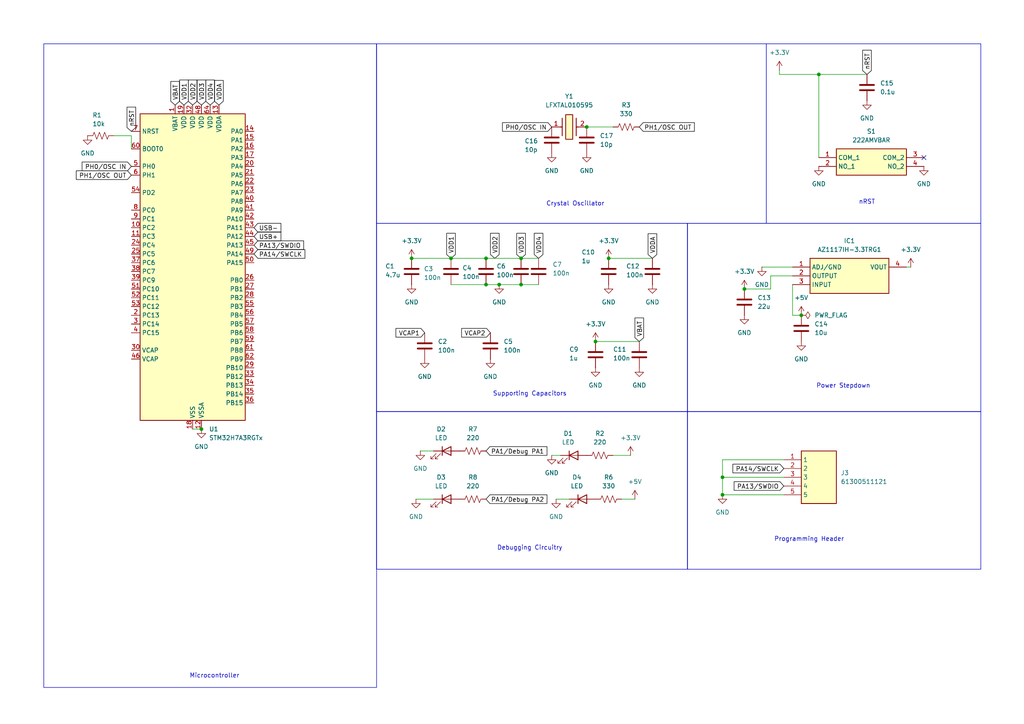
<source format=kicad_sch>
(kicad_sch (version 20231120) (generator "eeschema") (generator_version "8.0")
  (paper "A4")
  (lib_symbols
    (symbol "CustomSymbols:+3.3V" (power) (pin_numbers hide) (pin_names (offset 0) hide)
      (property "Value" "+3.3V" (at 0 3.556 0))
      (symbol "+3.3V_0_1"
        (polyline (pts (xy -0.762 1.27) (xy 0 2.54)))
        (polyline (pts (xy 0 0) (xy 0 2.54)))
        (polyline (pts (xy 0 2.54) (xy 0.762 1.27)))
      )
      (symbol "+3.3V_1_1"
        (pin power_in line (at 0 0 90) (length 0) (name "~") (number "1"))
      )
    )
    (symbol "CustomSymbols:+5V" (power) (pin_numbers hide) (pin_names (offset 0) hide)
      (property "Value" "+5V" (at 0 3.556 0))
      (symbol "+5V_0_1"
        (polyline (pts (xy -0.762 1.27) (xy 0 2.54)))
        (polyline (pts (xy 0 0) (xy 0 2.54)))
        (polyline (pts (xy 0 2.54) (xy 0.762 1.27)))
      )
      (symbol "+5V_1_1"
        (pin power_in line (at 0 0 90) (length 0) (name "~") (number "1"))
      )
    )
    (symbol "CustomSymbols:222AMVBAR"
      (property "Reference" "S" (at 26.67 7.62 0))
      (property "Value" "222AMVBAR" (at 26.67 5.08 0))
      (symbol "222AMVBAR_1_1"
        (rectangle (start 5.08 2.54) (end 25.4 -5.08) (stroke (width 0.254)) (fill (type background)))
        (pin passive line (at 0 0 0) (length 5.08) (name "COM_1") (number "1"))
        (pin passive line (at 0 -2.54 0) (length 5.08) (name "NO_1") (number "2"))
        (pin passive line (at 30.48 0 180) (length 5.08) (name "COM_2") (number "3"))
        (pin passive line (at 30.48 -2.54 180) (length 5.08) (name "NO_2") (number "4"))
      )
    )
    (symbol "CustomSymbols:61300511121"
      (property "Reference" "J" (at 16.51 7.62 0))
      (property "Value" "61300511121" (at 16.51 5.08 0))
      (symbol "61300511121_1_1"
        (rectangle (start 5.08 2.54) (end 15.24 -12.7) (stroke (width 0.254)) (fill (type background)))
        (pin passive line (at 0 0 0) (length 5.08) (name "1") (number "1"))
        (pin passive line (at 0 -2.54 0) (length 5.08) (name "2") (number "2"))
        (pin passive line (at 0 -5.08 0) (length 5.08) (name "3") (number "3"))
        (pin passive line (at 0 -7.62 0) (length 5.08) (name "4") (number "4"))
        (pin passive line (at 0 -10.16 0) (length 5.08) (name "5") (number "5"))
      )
    )
    (symbol "CustomSymbols:AZ1117IH-3.3TRG1"
      (property "Reference" "IC" (at 29.21 7.62 0))
      (property "Value" "AZ1117IH-3.3TRG1" (at 29.21 5.08 0))
      (symbol "AZ1117IH-3.3TRG1_1_1"
        (rectangle (start 5.08 2.54) (end 27.94 -7.62) (stroke (width 0.254)) (fill (type background)))
        (pin passive line (at 0 0 0) (length 5.08) (name "ADJ/GND") (number "1"))
        (pin passive line (at 0 -2.54 0) (length 5.08) (name "OUTPUT") (number "2"))
        (pin passive line (at 0 -5.08 0) (length 5.08) (name "INPUT") (number "3"))
        (pin passive line (at 33.02 0 180) (length 5.08) (name "VOUT") (number "4"))
      )
    )
    (symbol "CustomSymbols:C" (pin_numbers hide) (pin_names (offset 0.254))
      (property "Reference" "C" (at 0.635 2.54 0))
      (property "Value" "C" (at 0.635 -2.54 0))
      (symbol "C_0_1"
        (polyline (pts (xy -2.032 -0.762) (xy 2.032 -0.762)) (stroke (width 0.508)))
        (polyline (pts (xy -2.032 0.762) (xy 2.032 0.762)) (stroke (width 0.508)))
      )
      (symbol "C_1_1"
        (pin passive line (at 0 3.81 270) (length 2.794) (name "~") (number "1"))
        (pin passive line (at 0 -3.81 90) (length 2.794) (name "~") (number "2"))
      )
    )
    (symbol "CustomSymbols:GND" (power) (pin_numbers hide) (pin_names (offset 0) hide)
      (property "Value" "GND" (at 0 -3.81 0))
      (symbol "GND_0_1"
        (polyline (pts (xy 0 0) (xy 0 -1.27) (xy 1.27 -1.27) (xy 0 -2.54) (xy -1.27 -1.27) (xy 0 -1.27)))
      )
      (symbol "GND_1_1"
        (pin power_in line (at 0 0 270) (length 0) (name "~") (number "1"))
      )
    )
    (symbol "CustomSymbols:LFXTAL010595" (pin_names hide)
      (property "Reference" "Y" (at 8.89 6.35 0))
      (property "Value" "LFXTAL010595" (at 8.89 3.81 0))
      (symbol "LFXTAL010595_1_1"
        (polyline (pts (xy 3.048 0) (xy 2.54 0)) (stroke (width 0.254)))
        (polyline (pts (xy 3.048 2.54) (xy 3.048 -2.54)) (stroke (width 0.254)))
        (polyline (pts (xy 7.112 0) (xy 7.62 0)) (stroke (width 0.254)))
        (polyline (pts (xy 7.112 2.54) (xy 7.112 -2.54)) (stroke (width 0.254)))
        (rectangle (start 4.064 3.556) (end 6.096 -3.556) (stroke (width 0.254)) (fill (type background)))
        (pin passive line (at 0 0 0) (length 2.54) (name "1") (number "1"))
        (pin passive line (at 10.16 0 180) (length 2.54) (name "2") (number "2"))
      )
    )
    (symbol "CustomSymbols:R_US" (pin_numbers hide) (pin_names (offset 0))
      (property "Reference" "R" (at 2.54 0 90))
      (property "Value" "R_US" (at -2.54 0 90))
      (symbol "R_US_0_1"
        (polyline (pts (xy 0 -2.286) (xy 0 -2.54)))
        (polyline (pts (xy 0 2.286) (xy 0 2.54)))
        (polyline (pts (xy 0 -0.762) (xy 1.016 -1.143) (xy 0 -1.524) (xy -1.016 -1.905) (xy 0 -2.286)))
        (polyline (pts (xy 0 0.762) (xy 1.016 0.381) (xy 0 0) (xy -1.016 -0.381) (xy 0 -0.762)))
        (polyline (pts (xy 0 2.286) (xy 1.016 1.905) (xy 0 1.524) (xy -1.016 1.143) (xy 0 0.762)))
      )
      (symbol "R_US_1_1"
        (pin passive line (at 0 3.81 270) (length 1.27) (name "~") (number "1"))
        (pin passive line (at 0 -3.81 90) (length 1.27) (name "~") (number "2"))
      )
    )
    (symbol "Device:LED" (pin_numbers hide) (pin_names (offset 1.016) hide)
      (property "Reference" "D" (at 0 2.54 0))
      (property "Value" "LED" (at 0 -2.54 0))
      (symbol "LED_0_1"
        (polyline (pts (xy -1.27 -1.27) (xy -1.27 1.27)) (stroke (width 0.254)))
        (polyline (pts (xy -1.27 0) (xy 1.27 0)))
        (polyline (pts (xy 1.27 -1.27) (xy 1.27 1.27) (xy -1.27 0) (xy 1.27 -1.27)) (stroke (width 0.254)))
        (polyline (pts (xy -3.048 -0.762) (xy -4.572 -2.286) (xy -3.81 -2.286) (xy -4.572 -2.286) (xy -4.572 -1.524)))
        (polyline (pts (xy -1.778 -0.762) (xy -3.302 -2.286) (xy -2.54 -2.286) (xy -3.302 -2.286) (xy -3.302 -1.524)))
      )
      (symbol "LED_1_1"
        (pin passive line (at -3.81 0 0) (length 2.54) (name "K") (number "1"))
        (pin passive line (at 3.81 0 180) (length 2.54) (name "A") (number "2"))
      )
    )
    (symbol "Device:R_US" (pin_numbers hide) (pin_names (offset 0))
      (property "Reference" "R" (at 2.54 0 90))
      (property "Value" "R_US" (at -2.54 0 90))
      (symbol "R_US_0_1"
        (polyline (pts (xy 0 -2.286) (xy 0 -2.54)))
        (polyline (pts (xy 0 2.286) (xy 0 2.54)))
        (polyline (pts (xy 0 -0.762) (xy 1.016 -1.143) (xy 0 -1.524) (xy -1.016 -1.905) (xy 0 -2.286)))
        (polyline (pts (xy 0 0.762) (xy 1.016 0.381) (xy 0 0) (xy -1.016 -0.381) (xy 0 -0.762)))
        (polyline (pts (xy 0 2.286) (xy 1.016 1.905) (xy 0 1.524) (xy -1.016 1.143) (xy 0 0.762)))
      )
      (symbol "R_US_1_1"
        (pin passive line (at 0 3.81 270) (length 1.27) (name "~") (number "1"))
        (pin passive line (at 0 -3.81 90) (length 1.27) (name "~") (number "2"))
      )
    )
    (symbol "MCU_ST_STM32H7:STM32H7A3RGTx"
      (property "Reference" "U" (at -15.24 46.99 0))
      (property "Value" "STM32H7A3RGTx" (at 10.16 46.99 0))
      (symbol "STM32H7A3RGTx_0_1"
        (rectangle (start -15.24 -43.18) (end 15.24 45.72) (stroke (width 0.254)) (fill (type background)))
      )
      (symbol "STM32H7A3RGTx_1_1"
        (pin power_in line (at -5.08 48.26 270) (length 2.54) (name "VBAT") (number "1"))
        (pin bidirectional line (at -17.78 12.7 0) (length 2.54) (name "PC2") (number "10"))
        (pin bidirectional line (at -17.78 10.16 0) (length 2.54) (name "PC3") (number "11"))
        (pin power_in line (at 2.54 -45.72 90) (length 2.54) (name "VSSA") (number "12"))
        (pin power_in line (at 7.62 48.26 270) (length 2.54) (name "VDDA") (number "13"))
        (pin bidirectional line (at 17.78 40.64 180) (length 2.54) (name "PA0") (number "14"))
        (pin bidirectional line (at 17.78 38.1 180) (length 2.54) (name "PA1") (number "15"))
        (pin bidirectional line (at 17.78 35.56 180) (length 2.54) (name "PA2") (number "16"))
        (pin bidirectional line (at 17.78 33.02 180) (length 2.54) (name "PA3") (number "17"))
        (pin power_in line (at 0 -45.72 90) (length 2.54) (name "VSS") (number "18"))
        (pin power_in line (at -2.54 48.26 270) (length 2.54) (name "VDD") (number "19"))
        (pin bidirectional line (at -17.78 -12.7 0) (length 2.54) (name "PC13") (number "2"))
        (pin bidirectional line (at 17.78 30.48 180) (length 2.54) (name "PA4") (number "20"))
        (pin bidirectional line (at 17.78 27.94 180) (length 2.54) (name "PA5") (number "21"))
        (pin bidirectional line (at 17.78 25.4 180) (length 2.54) (name "PA6") (number "22"))
        (pin bidirectional line (at 17.78 22.86 180) (length 2.54) (name "PA7") (number "23"))
        (pin bidirectional line (at -17.78 7.62 0) (length 2.54) (name "PC4") (number "24"))
        (pin bidirectional line (at -17.78 5.08 0) (length 2.54) (name "PC5") (number "25"))
        (pin bidirectional line (at 17.78 -2.54 180) (length 2.54) (name "PB0") (number "26"))
        (pin bidirectional line (at 17.78 -5.08 180) (length 2.54) (name "PB1") (number "27"))
        (pin bidirectional line (at 17.78 -7.62 180) (length 2.54) (name "PB2") (number "28"))
        (pin bidirectional line (at 17.78 -27.94 180) (length 2.54) (name "PB10") (number "29"))
        (pin bidirectional line (at -17.78 -15.24 0) (length 2.54) (name "PC14") (number "3"))
        (pin power_out line (at -17.78 -22.86 0) (length 2.54) (name "VCAP") (number "30"))
        (pin passive line (at 0 -45.72 90) (length 2.54) hide (name "VSS") (number "31"))
        (pin power_in line (at 0 48.26 270) (length 2.54) (name "VDD") (number "32"))
        (pin bidirectional line (at 17.78 -30.48 180) (length 2.54) (name "PB12") (number "33"))
        (pin bidirectional line (at 17.78 -33.02 180) (length 2.54) (name "PB13") (number "34"))
        (pin bidirectional line (at 17.78 -35.56 180) (length 2.54) (name "PB14") (number "35"))
        (pin bidirectional line (at 17.78 -38.1 180) (length 2.54) (name "PB15") (number "36"))
        (pin bidirectional line (at -17.78 2.54 0) (length 2.54) (name "PC6") (number "37"))
        (pin bidirectional line (at -17.78 0 0) (length 2.54) (name "PC7") (number "38"))
        (pin bidirectional line (at -17.78 -2.54 0) (length 2.54) (name "PC9") (number "39"))
        (pin bidirectional line (at -17.78 -17.78 0) (length 2.54) (name "PC15") (number "4"))
        (pin bidirectional line (at 17.78 20.32 180) (length 2.54) (name "PA8") (number "40"))
        (pin bidirectional line (at 17.78 17.78 180) (length 2.54) (name "PA9") (number "41"))
        (pin bidirectional line (at 17.78 15.24 180) (length 2.54) (name "PA10") (number "42"))
        (pin bidirectional line (at 17.78 12.7 180) (length 2.54) (name "PA11") (number "43"))
        (pin bidirectional line (at 17.78 10.16 180) (length 2.54) (name "PA12") (number "44"))
        (pin bidirectional line (at 17.78 7.62 180) (length 2.54) (name "PA13") (number "45"))
        (pin power_out line (at -17.78 -25.4 0) (length 2.54) (name "VCAP") (number "46"))
        (pin passive line (at 0 -45.72 90) (length 2.54) hide (name "VSS") (number "47"))
        (pin power_in line (at 2.54 48.26 270) (length 2.54) (name "VDD") (number "48"))
        (pin bidirectional line (at 17.78 5.08 180) (length 2.54) (name "PA14") (number "49"))
        (pin bidirectional line (at -17.78 30.48 0) (length 2.54) (name "PH0") (number "5"))
        (pin bidirectional line (at 17.78 2.54 180) (length 2.54) (name "PA15") (number "50"))
        (pin bidirectional line (at -17.78 -5.08 0) (length 2.54) (name "PC10") (number "51"))
        (pin bidirectional line (at -17.78 -7.62 0) (length 2.54) (name "PC11") (number "52"))
        (pin bidirectional line (at -17.78 -10.16 0) (length 2.54) (name "PC12") (number "53"))
        (pin bidirectional line (at -17.78 22.86 0) (length 2.54) (name "PD2") (number "54"))
        (pin bidirectional line (at 17.78 -10.16 180) (length 2.54) (name "PB3") (number "55"))
        (pin bidirectional line (at 17.78 -12.7 180) (length 2.54) (name "PB4") (number "56"))
        (pin bidirectional line (at 17.78 -15.24 180) (length 2.54) (name "PB5") (number "57"))
        (pin bidirectional line (at 17.78 -17.78 180) (length 2.54) (name "PB6") (number "58"))
        (pin bidirectional line (at 17.78 -20.32 180) (length 2.54) (name "PB7") (number "59"))
        (pin bidirectional line (at -17.78 27.94 0) (length 2.54) (name "PH1") (number "6"))
        (pin input line (at -17.78 35.56 0) (length 2.54) (name "BOOT0") (number "60"))
        (pin bidirectional line (at 17.78 -22.86 180) (length 2.54) (name "PB8") (number "61"))
        (pin bidirectional line (at 17.78 -25.4 180) (length 2.54) (name "PB9") (number "62"))
        (pin passive line (at 0 -45.72 90) (length 2.54) hide (name "VSS") (number "63"))
        (pin power_in line (at 5.08 48.26 270) (length 2.54) (name "VDD") (number "64"))
        (pin input line (at -17.78 40.64 0) (length 2.54) (name "NRST") (number "7"))
        (pin bidirectional line (at -17.78 17.78 0) (length 2.54) (name "PC0") (number "8"))
        (pin bidirectional line (at -17.78 15.24 0) (length 2.54) (name "PC1") (number "9"))
      )
    )
    (symbol "power:GND" (power) (pin_numbers hide) (pin_names (offset 0) hide)
      (property "Value" "GND" (at 0 -3.81 0))
      (symbol "GND_0_1"
        (polyline (pts (xy 0 0) (xy 0 -1.27) (xy 1.27 -1.27) (xy 0 -2.54) (xy -1.27 -1.27) (xy 0 -1.27)))
      )
      (symbol "GND_1_1"
        (pin power_in line (at 0 0 270) (length 0) (name "~") (number "1"))
      )
    )
    (symbol "power:PWR_FLAG" (power) (pin_numbers hide) (pin_names (offset 0) hide)
      (property "Value" "PWR_FLAG" (at 0 3.81 0))
      (symbol "PWR_FLAG_0_0"
        (pin power_out line (at 0 0 90) (length 0) (name "~") (number "1"))
      )
      (symbol "PWR_FLAG_0_1"
        (polyline (pts (xy 0 0) (xy 0 1.27) (xy -1.016 1.905) (xy 0 2.54) (xy 1.016 1.905) (xy 0 1.27)))
      )
    )
  )
  (junction (at 209.55 138.43))
  (junction (at 232.41 91.44))
  (junction (at 209.55 143.51))
  (junction (at 140.97 74.93))
  (junction (at 140.97 82.55))
  (junction (at 151.13 82.55))
  (junction (at 215.9 83.82))
  (junction (at 144.78 82.55))
  (junction (at 119.38 74.93))
  (junction (at 58.42 124.46))
  (junction (at 151.13 74.93))
  (junction (at 130.81 74.93))
  (junction (at 172.72 99.06))
  (junction (at 170.18 36.83))
  (junction (at 176.53 74.93))
  (junction (at 237.49 21.59))
  (no_connect (at 267.97 45.72))
  (wire (pts (xy 223.52 80.01) (xy 223.52 83.82)))
  (wire (pts (xy 223.52 83.82) (xy 215.9 83.82)))
  (wire (pts (xy 55.88 124.46) (xy 58.42 124.46)))
  (wire (pts (xy 209.55 143.51) (xy 209.55 138.43)))
  (wire (pts (xy 227.33 138.43) (xy 209.55 138.43)))
  (wire (pts (xy 229.87 80.01) (xy 223.52 80.01)))
  (wire (pts (xy 229.87 82.55) (xy 229.87 91.44)))
  (wire (pts (xy 130.81 82.55) (xy 140.97 82.55)))
  (wire (pts (xy 209.55 133.35) (xy 227.33 133.35)))
  (wire (pts (xy 38.1 39.37) (xy 38.1 43.18)))
  (wire (pts (xy 161.29 144.78) (xy 165.1 144.78)))
  (wire (pts (xy 237.49 45.72) (xy 237.49 21.59)))
  (wire (pts (xy 172.72 99.06) (xy 185.42 99.06)))
  (wire (pts (xy 209.55 138.43) (xy 209.55 133.35)))
  (wire (pts (xy 227.33 143.51) (xy 209.55 143.51)))
  (wire (pts (xy 130.81 74.93) (xy 140.97 74.93)))
  (wire (pts (xy 121.92 130.81) (xy 125.73 130.81)))
  (wire (pts (xy 160.02 132.08) (xy 162.56 132.08)))
  (wire (pts (xy 176.53 74.93) (xy 189.23 74.93)))
  (wire (pts (xy 180.34 144.78) (xy 184.15 144.78)))
  (wire (pts (xy 229.87 91.44) (xy 232.41 91.44)))
  (wire (pts (xy 220.98 77.47) (xy 229.87 77.47)))
  (wire (pts (xy 120.65 144.78) (xy 125.73 144.78)))
  (wire (pts (xy 177.8 132.08) (xy 182.88 132.08)))
  (wire (pts (xy 151.13 74.93) (xy 156.21 74.93)))
  (wire (pts (xy 226.06 20.32) (xy 226.06 21.59)))
  (wire (pts (xy 130.81 74.93) (xy 119.38 74.93)))
  (wire (pts (xy 237.49 21.59) (xy 251.46 21.59)))
  (wire (pts (xy 262.89 77.47) (xy 264.16 77.47)))
  (wire (pts (xy 33.02 39.37) (xy 38.1 39.37)))
  (wire (pts (xy 226.06 21.59) (xy 237.49 21.59)))
  (wire (pts (xy 140.97 74.93) (xy 151.13 74.93)))
  (wire (pts (xy 151.13 82.55) (xy 156.21 82.55)))
  (wire (pts (xy 144.78 82.55) (xy 151.13 82.55)))
  (wire (pts (xy 170.18 36.83) (xy 177.8 36.83)))
  (wire (pts (xy 140.97 82.55) (xy 144.78 82.55)))
  (rectangle (start 109.22 64.77) (end 199.39 119.38))
  (rectangle (start 222.25 12.7) (end 284.48 64.77))
  (rectangle (start 199.39 119.38) (end 284.48 165.1))
  (rectangle (start 109.22 119.38) (end 199.39 165.1))
  (rectangle (start 12.7 12.7) (end 109.22 199.39))
  (rectangle (start 109.22 12.7) (end 222.25 64.77))
  (rectangle (start 199.39 64.77) (end 284.48 119.38))
  (text "Power Stepdown\n" (at 244.602 112.014 0) (effects (font (size 1.27 1.27))))
  (text "Debugging Circuitry\n" (at 153.67 159.004 0) (effects (font (size 1.27 1.27))))
  (text "nRST\n" (at 251.46 58.674 0) (effects (font (size 1.27 1.27))))
  (text "Programming Header\n" (at 234.696 156.464 0) (effects (font (size 1.27 1.27))))
  (text "Crystal Oscillator\n" (at 166.878 59.182 0) (effects (font (size 1.27 1.27))))
  (text "Microcontroller\n" (at 62.23 196.088 0) (effects (font (size 1.27 1.27))))
  (text "Supporting Capacitors" (at 153.67 114.3 0) (effects (font (size 1.27 1.27))))
  (global_label "VDDA" (shape input) (at 189.23 74.93 90) (property "Intersheetrefs" "${INTERSHEET_REFS}" (effects (hide yes))))
  (global_label "USB+" (shape input) (at 73.66 68.58 0) (property "Intersheetrefs" "${INTERSHEET_REFS}" (effects (hide yes))))
  (global_label "VBAT" (shape input) (at 50.8 30.48 90) (property "Intersheetrefs" "${INTERSHEET_REFS}" (effects (hide yes))))
  (global_label "PH1{slash}OSC OUT" (shape input) (at 38.1 50.8 180) (property "Intersheetrefs" "${INTERSHEET_REFS}" (effects (hide yes))))
  (global_label "VDD3" (shape input) (at 58.42 30.48 90) (property "Intersheetrefs" "${INTERSHEET_REFS}" (effects (hide yes))))
  (global_label "VDD1" (shape input) (at 130.81 74.93 90) (property "Intersheetrefs" "${INTERSHEET_REFS}" (effects (hide yes))))
  (global_label "PA14{slash}SWCLK" (shape input) (at 227.33 135.89 180) (property "Intersheetrefs" "${INTERSHEET_REFS}" (effects (hide yes))))
  (global_label "PA1{slash}Debug PA1" (shape input) (at 140.97 130.81 0) (property "Intersheetrefs" "${INTERSHEET_REFS}" (effects (hide yes))))
  (global_label "VDD1" (shape input) (at 53.34 30.48 90) (property "Intersheetrefs" "${INTERSHEET_REFS}" (effects (hide yes))))
  (global_label "VDD2" (shape input) (at 55.88 30.48 90) (property "Intersheetrefs" "${INTERSHEET_REFS}" (effects (hide yes))))
  (global_label "PA1{slash}Debug PA2" (shape input) (at 140.97 144.78 0) (property "Intersheetrefs" "${INTERSHEET_REFS}" (effects (hide yes))))
  (global_label "VDD2" (shape input) (at 143.51 74.93 90) (property "Intersheetrefs" "${INTERSHEET_REFS}" (effects (hide yes))))
  (global_label "nRST" (shape input) (at 38.1 38.1 90) (property "Intersheetrefs" "${INTERSHEET_REFS}" (effects (hide yes))))
  (global_label "VDD4" (shape input) (at 60.96 30.48 90) (property "Intersheetrefs" "${INTERSHEET_REFS}" (effects (hide yes))))
  (global_label "PA14{slash}SWCLK" (shape input) (at 73.66 73.66 0) (property "Intersheetrefs" "${INTERSHEET_REFS}" (effects (hide yes))))
  (global_label "VDDA" (shape input) (at 63.5 30.48 90) (property "Intersheetrefs" "${INTERSHEET_REFS}" (effects (hide yes))))
  (global_label "PA13{slash}SWDIO" (shape input) (at 227.33 140.97 180) (property "Intersheetrefs" "${INTERSHEET_REFS}" (effects (hide yes))))
  (global_label "PA13{slash}SWDIO" (shape input) (at 73.66 71.12 0) (property "Intersheetrefs" "${INTERSHEET_REFS}" (effects (hide yes))))
  (global_label "nRST" (shape input) (at 251.46 21.59 90) (property "Intersheetrefs" "${INTERSHEET_REFS}" (effects (hide yes))))
  (global_label "VDD3" (shape input) (at 151.13 74.93 90) (property "Intersheetrefs" "${INTERSHEET_REFS}" (effects (hide yes))))
  (global_label "USB-" (shape input) (at 73.66 66.04 0) (property "Intersheetrefs" "${INTERSHEET_REFS}" (effects (hide yes))))
  (global_label "VCAP1" (shape input) (at 123.19 96.52 180) (property "Intersheetrefs" "${INTERSHEET_REFS}" (effects (hide yes))))
  (global_label "PH1{slash}OSC OUT" (shape input) (at 185.42 36.83 0) (property "Intersheetrefs" "${INTERSHEET_REFS}" (effects (hide yes))))
  (global_label "VDD4" (shape input) (at 156.21 74.93 90) (property "Intersheetrefs" "${INTERSHEET_REFS}" (effects (hide yes))))
  (global_label "PH0{slash}OSC IN" (shape input) (at 160.02 36.83 180) (property "Intersheetrefs" "${INTERSHEET_REFS}" (effects (hide yes))))
  (global_label "VCAP2" (shape input) (at 142.24 96.52 180) (property "Intersheetrefs" "${INTERSHEET_REFS}" (effects (hide yes))))
  (global_label "VBAT" (shape input) (at 185.42 99.06 90) (property "Intersheetrefs" "${INTERSHEET_REFS}" (effects (hide yes))))
  (global_label "PH0{slash}OSC IN" (shape input) (at 38.1 48.26 180) (property "Intersheetrefs" "${INTERSHEET_REFS}" (effects (hide yes))))
  (symbol (lib_id "CustomSymbols:C") (at 170.18 40.64 0) (unit 1)
    (property "Reference" "C17" (at 173.99 39.3699 0) (effects (justify left)))
    (property "Value" "10p" (at 173.99 41.9099 0) (effects (justify left)))
    (property "Footprint" "Capacitor_SMD:C_0805_2012Metric_Pad1.18x1.45mm_HandSolder" (effects (hide yes)))
    (property "Description" "Unpolarized capacitor" (effects (hide yes)))
  )
  (symbol (lib_id "CustomSymbols:+5V") (at 232.41 91.44 0) (unit 1)
    (property "Reference" "#PWR021" (effects (hide yes)))
    (property "Value" "+5V" (at 232.41 86.36 0))
    (property "Description" "Power symbol creates a global label with name \"+5V\"" (effects (hide yes)))
  )
  (symbol (lib_id "Device:LED") (at 129.54 130.81 0) (unit 1)
    (property "Reference" "D2" (at 127.9525 124.46 0))
    (property "Value" "LED" (at 127.9525 127 0))
    (property "Footprint" "LED_SMD:LED_0805_2012Metric_Pad1.15x1.40mm_HandSolder" (effects (hide yes)))
    (property "Description" "Light emitting diode" (effects (hide yes)))
  )
  (symbol (lib_id "CustomSymbols:C") (at 172.72 102.87 0) (unit 1)
    (property "Reference" "C9" (at 165.1 101.346 0) (effects (justify left)))
    (property "Value" "1u" (at 165.1 103.886 0) (effects (justify left)))
    (property "Footprint" "Capacitor_SMD:C_0805_2012Metric_Pad1.18x1.45mm_HandSolder" (effects (hide yes)))
    (property "Description" "Unpolarized capacitor" (effects (hide yes)))
  )
  (symbol (lib_id "CustomSymbols:C") (at 215.9 87.63 0) (unit 1)
    (property "Reference" "C13" (at 219.71 86.3599 0) (effects (justify left)))
    (property "Value" "22u" (at 219.71 88.8999 0) (effects (justify left)))
    (property "Footprint" "Capacitor_SMD:C_0805_2012Metric_Pad1.18x1.45mm_HandSolder" (effects (hide yes)))
    (property "Description" "Unpolarized capacitor" (effects (hide yes)))
  )
  (symbol (lib_id "CustomSymbols:GND") (at 142.24 104.14 0) (unit 1)
    (property "Reference" "#PWR08" (effects (hide yes)))
    (property "Value" "GND" (at 142.24 109.22 0))
    (property "Description" "Power symbol creates a global label with name \"GND\" , ground" (effects (hide yes)))
  )
  (symbol (lib_id "CustomSymbols:C") (at 176.53 78.74 0) (unit 1)
    (property "Reference" "C10" (at 168.656 73.152 0) (effects (justify left)))
    (property "Value" "1u" (at 168.656 75.692 0) (effects (justify left)))
    (property "Footprint" "Capacitor_SMD:C_0805_2012Metric_Pad1.18x1.45mm_HandSolder" (effects (hide yes)))
    (property "Description" "Unpolarized capacitor" (effects (hide yes)))
  )
  (symbol (lib_id "CustomSymbols:+5V") (at 184.15 144.78 0) (unit 1)
    (property "Reference" "#PWR047" (effects (hide yes)))
    (property "Value" "+5V" (at 184.15 139.7 0))
    (property "Description" "Power symbol creates a global label with name \"+5V\"" (effects (hide yes)))
  )
  (symbol (lib_id "Device:LED") (at 166.37 132.08 0) (unit 1)
    (property "Reference" "D1" (at 164.7825 125.73 0))
    (property "Value" "LED" (at 164.7825 128.27 0))
    (property "Footprint" "LED_SMD:LED_0805_2012Metric_Pad1.15x1.40mm_HandSolder" (effects (hide yes)))
    (property "Description" "Light emitting diode" (effects (hide yes)))
  )
  (symbol (lib_id "CustomSymbols:LFXTAL010595") (at 160.02 36.83 0) (unit 1)
    (property "Reference" "Y1" (at 165.1 27.94 0))
    (property "Value" "LFXTAL010595" (at 165.1 30.48 0))
    (property "Footprint" "LFXTAL010595" (effects (hide yes)))
    (property "Datasheet" "https://www.iqdfrequencyproducts.com/products/datasheets/LFXTAL010595.pdf" (effects (hide yes)))
    (property "Description" "Crystals 25 MHz +/-30ppm Crystal 16pF 40 Ohms HC-49/US 11.40mm x 3.80mm x 4.9mm" (effects (hide yes)))
    (property "Height" "4.3" (effects (hide yes)))
    (property "Manufacturer_Name" "IQD" (effects (hide yes)))
    (property "Manufacturer_Part_Number" "LFXTAL010595" (effects (hide yes)))
  )
  (symbol (lib_id "CustomSymbols:C") (at 189.23 78.74 0) (unit 1)
    (property "Reference" "C12" (at 181.61 77.216 0) (effects (justify left)))
    (property "Value" "100n" (at 181.61 79.756 0) (effects (justify left)))
    (property "Footprint" "Capacitor_SMD:C_0805_2012Metric_Pad1.18x1.45mm_HandSolder" (effects (hide yes)))
    (property "Description" "Unpolarized capacitor" (effects (hide yes)))
  )
  (symbol (lib_id "power:PWR_FLAG") (at 232.41 91.44 270) (unit 1)
    (property "Reference" "#FLG01" (effects (hide yes)))
    (property "Value" "PWR_FLAG" (at 236.22 91.4399 90) (effects (justify left)))
    (property "Description" "Special symbol for telling ERC where power comes from" (effects (hide yes)))
  )
  (symbol (lib_id "CustomSymbols:GND") (at 160.02 44.45 0) (unit 1)
    (property "Reference" "#PWR027" (effects (hide yes)))
    (property "Value" "GND" (at 160.02 49.53 0))
    (property "Description" "Power symbol creates a global label with name \"GND\" , ground" (effects (hide yes)))
  )
  (symbol (lib_id "CustomSymbols:GND") (at 237.49 48.26 0) (unit 1)
    (property "Reference" "#PWR023" (effects (hide yes)))
    (property "Value" "GND" (at 237.49 53.34 0))
    (property "Description" "Power symbol creates a global label with name \"GND\" , ground" (effects (hide yes)))
  )
  (symbol (lib_id "CustomSymbols:+3.3V") (at 119.38 74.93 0) (unit 1)
    (property "Reference" "#PWR03" (effects (hide yes)))
    (property "Value" "+3.3V" (at 119.38 69.85 0))
    (property "Description" "Power symbol creates a global label with name \"+3.3V\"" (effects (hide yes)))
  )
  (symbol (lib_id "CustomSymbols:C") (at 140.97 78.74 0) (unit 1)
    (property "Reference" "C4" (at 134.112 77.724 0) (effects (justify left)))
    (property "Value" "100n" (at 134.112 80.264 0) (effects (justify left)))
    (property "Footprint" "Capacitor_SMD:C_0805_2012Metric_Pad1.18x1.45mm_HandSolder" (effects (hide yes)))
    (property "Description" "Unpolarized capacitor" (effects (hide yes)))
  )
  (symbol (lib_id "CustomSymbols:GND") (at 232.41 99.06 0) (unit 1)
    (property "Reference" "#PWR022" (effects (hide yes)))
    (property "Value" "GND" (at 232.41 104.14 0))
    (property "Description" "Power symbol creates a global label with name \"GND\" , ground" (effects (hide yes)))
  )
  (symbol (lib_id "Device:LED") (at 168.91 144.78 0) (unit 1)
    (property "Reference" "D4" (at 167.3225 138.43 0))
    (property "Value" "LED" (at 167.3225 140.97 0))
    (property "Footprint" "LED_SMD:LED_0805_2012Metric_Pad1.15x1.40mm_HandSolder" (effects (hide yes)))
    (property "Description" "Light emitting diode" (effects (hide yes)))
  )
  (symbol (lib_id "Device:R_US") (at 137.16 144.78 270) (unit 1)
    (property "Reference" "R8" (at 137.16 138.43 90))
    (property "Value" "220" (at 137.16 140.97 90))
    (property "Footprint" "Resistor_SMD:R_0805_2012Metric_Pad1.20x1.40mm_HandSolder" (effects (hide yes)))
    (property "Description" "Resistor, US symbol" (effects (hide yes)))
  )
  (symbol (lib_id "CustomSymbols:+3.3V") (at 264.16 77.47 0) (unit 1)
    (property "Reference" "#PWR025" (effects (hide yes)))
    (property "Value" "+3.3V" (at 264.16 72.39 0))
    (property "Description" "Power symbol creates a global label with name \"+3.3V\"" (effects (hide yes)))
  )
  (symbol (lib_id "CustomSymbols:GND") (at 170.18 44.45 0) (unit 1)
    (property "Reference" "#PWR028" (effects (hide yes)))
    (property "Value" "GND" (at 170.18 49.53 0))
    (property "Description" "Power symbol creates a global label with name \"GND\" , ground" (effects (hide yes)))
  )
  (symbol (lib_id "Device:LED") (at 129.54 144.78 0) (unit 1)
    (property "Reference" "D3" (at 127.9525 138.43 0))
    (property "Value" "LED" (at 127.9525 140.97 0))
    (property "Footprint" "LED_SMD:LED_0805_2012Metric_Pad1.15x1.40mm_HandSolder" (effects (hide yes)))
    (property "Description" "Light emitting diode" (effects (hide yes)))
  )
  (symbol (lib_id "CustomSymbols:GND") (at 220.98 77.47 0) (unit 1)
    (property "Reference" "#PWR019" (effects (hide yes)))
    (property "Value" "GND" (at 220.98 82.55 0))
    (property "Description" "Power symbol creates a global label with name \"GND\" , ground" (effects (hide yes)))
  )
  (symbol (lib_id "CustomSymbols:GND") (at 267.97 48.26 0) (unit 1)
    (property "Reference" "#PWR026" (effects (hide yes)))
    (property "Value" "GND" (at 267.97 53.34 0))
    (property "Description" "Power symbol creates a global label with name \"GND\" , ground" (effects (hide yes)))
  )
  (symbol (lib_id "CustomSymbols:+3.3V") (at 215.9 83.82 0) (unit 1)
    (property "Reference" "#PWR017" (effects (hide yes)))
    (property "Value" "+3.3V" (at 215.9 78.74 0))
    (property "Description" "Power symbol creates a global label with name \"+3.3V\"" (effects (hide yes)))
  )
  (symbol (lib_id "CustomSymbols:GND") (at 123.19 104.14 0) (unit 1)
    (property "Reference" "#PWR07" (effects (hide yes)))
    (property "Value" "GND" (at 123.19 109.22 0))
    (property "Description" "Power symbol creates a global label with name \"GND\" , ground" (effects (hide yes)))
  )
  (symbol (lib_id "CustomSymbols:GND") (at 189.23 82.55 0) (unit 1)
    (property "Reference" "#PWR015" (effects (hide yes)))
    (property "Value" "GND" (at 189.23 87.63 0))
    (property "Description" "Power symbol creates a global label with name \"GND\" , ground" (effects (hide yes)))
  )
  (symbol (lib_id "CustomSymbols:C") (at 142.24 100.33 0) (unit 1)
    (property "Reference" "C5" (at 146.05 99.0599 0) (effects (justify left)))
    (property "Value" "100n" (at 146.05 101.5999 0) (effects (justify left)))
    (property "Footprint" "Capacitor_SMD:C_0805_2012Metric_Pad1.18x1.45mm_HandSolder" (effects (hide yes)))
    (property "Description" "Unpolarized capacitor" (effects (hide yes)))
  )
  (symbol (lib_id "power:GND") (at 121.92 130.81 0) (unit 1)
    (property "Reference" "#PWR049" (effects (hide yes)))
    (property "Value" "GND" (at 121.92 135.89 0))
    (property "Description" "Power symbol creates a global label with name \"GND\" , ground" (effects (hide yes)))
  )
  (symbol (lib_id "CustomSymbols:GND") (at 172.72 106.68 0) (unit 1)
    (property "Reference" "#PWR011" (effects (hide yes)))
    (property "Value" "GND" (at 172.72 111.76 0))
    (property "Description" "Power symbol creates a global label with name \"GND\" , ground" (effects (hide yes)))
  )
  (symbol (lib_id "Device:R_US") (at 173.99 132.08 270) (unit 1)
    (property "Reference" "R2" (at 173.99 125.73 90))
    (property "Value" "220" (at 173.99 128.27 90))
    (property "Footprint" "Resistor_SMD:R_0805_2012Metric_Pad1.20x1.40mm_HandSolder" (effects (hide yes)))
    (property "Description" "Resistor, US symbol" (effects (hide yes)))
  )
  (symbol (lib_id "CustomSymbols:222AMVBAR") (at 237.49 45.72 0) (unit 1)
    (property "Reference" "S1" (at 252.73 38.1 0))
    (property "Value" "222AMVBAR" (at 252.73 40.64 0))
    (property "Footprint" "CustomFootprints:222AMVBAR" (effects (hide yes)))
    (property "Datasheet" "https://www.ctscorp.com/wp-content/uploads/222A.pdf" (effects (hide yes)))
    (property "Description" "Tactile Switches Gull Wing AF 160gf Act. Dir. Vertical" (effects (hide yes)))
    (property "Height" "5.2" (effects (hide yes)))
    (property "Mouser Part Number" "774-222AMVBAR" (effects (hide yes)))
    (property "Mouser Price/Stock" "https://www.mouser.co.uk/ProductDetail/CTS-Electronic-Components/222AMVBAR?qs=%252BiOMRfgENTH99oc01%252BgePw%3D%3D" (effects (hide yes)))
    (property "Manufacturer_Name" "CTS" (effects (hide yes)))
    (property "Manufacturer_Part_Number" "222AMVBAR" (effects (hide yes)))
  )
  (symbol (lib_id "Device:R_US") (at 176.53 144.78 270) (unit 1)
    (property "Reference" "R6" (at 176.53 138.43 90))
    (property "Value" "330" (at 176.53 140.97 90))
    (property "Footprint" "Resistor_SMD:R_0805_2012Metric_Pad1.20x1.40mm_HandSolder" (effects (hide yes)))
    (property "Description" "Resistor, US symbol" (effects (hide yes)))
  )
  (symbol (lib_id "CustomSymbols:GND") (at 58.42 124.46 0) (unit 1)
    (property "Reference" "#PWR02" (effects (hide yes)))
    (property "Value" "GND" (at 58.42 129.54 0))
    (property "Description" "Power symbol creates a global label with name \"GND\" , ground" (effects (hide yes)))
  )
  (symbol (lib_id "CustomSymbols:C") (at 251.46 25.4 0) (unit 1)
    (property "Reference" "C15" (at 255.27 24.1299 0) (effects (justify left)))
    (property "Value" "0.1u" (at 255.27 26.6699 0) (effects (justify left)))
    (property "Footprint" "Capacitor_SMD:C_0805_2012Metric_Pad1.18x1.45mm_HandSolder" (effects (hide yes)))
    (property "Description" "Unpolarized capacitor" (effects (hide yes)))
  )
  (symbol (lib_id "CustomSymbols:GND") (at 176.53 82.55 0) (unit 1)
    (property "Reference" "#PWR013" (effects (hide yes)))
    (property "Value" "GND" (at 176.53 87.63 0))
    (property "Description" "Power symbol creates a global label with name \"GND\" , ground" (effects (hide yes)))
  )
  (symbol (lib_id "CustomSymbols:+3.3V") (at 172.72 99.06 0) (unit 1)
    (property "Reference" "#PWR010" (effects (hide yes)))
    (property "Value" "+3.3V" (at 172.72 93.98 0))
    (property "Description" "Power symbol creates a global label with name \"+3.3V\"" (effects (hide yes)))
  )
  (symbol (lib_id "CustomSymbols:GND") (at 25.4 39.37 0) (unit 1)
    (property "Reference" "#PWR01" (effects (hide yes)))
    (property "Value" "GND" (at 25.4 44.45 0))
    (property "Description" "Power symbol creates a global label with name \"GND\" , ground" (effects (hide yes)))
  )
  (symbol (lib_id "Device:R_US") (at 137.16 130.81 270) (unit 1)
    (property "Reference" "R7" (at 137.16 124.46 90))
    (property "Value" "220" (at 137.16 127 90))
    (property "Footprint" "Resistor_SMD:R_0805_2012Metric_Pad1.20x1.40mm_HandSolder" (effects (hide yes)))
    (property "Description" "Resistor, US symbol" (effects (hide yes)))
  )
  (symbol (lib_id "CustomSymbols:R_US") (at 29.21 39.37 270) (unit 1)
    (property "Reference" "R1" (at 26.797 33.401 90) (effects (justify left)))
    (property "Value" "10k" (at 26.797 35.941 90) (effects (justify left)))
    (property "Footprint" "Resistor_SMD:R_0805_2012Metric_Pad1.20x1.40mm_HandSolder" (effects (hide yes)))
    (property "Description" "Resistor, US symbol" (effects (hide yes)))
  )
  (symbol (lib_id "MCU_ST_STM32H7:STM32H7A3RGTx") (at 55.88 78.74 0) (unit 1)
    (property "Reference" "U1" (at 60.6141 124.46 0) (effects (justify left)))
    (property "Value" "STM32H7A3RGTx" (at 60.6141 127 0) (effects (justify left)))
    (property "Footprint" "Package_QFP:LQFP-64_10x10mm_P0.5mm" (effects (hide yes)))
    (property "Datasheet" "https://www.st.com/resource/en/datasheet/stm32h7a3rg.pdf" (effects (hide yes)))
    (property "Description" "STMicroelectronics Arm Cortex-M7 MCU, 1024KB flash, 1184KB RAM, 280 MHz, 1.62-3.6V, 49 GPIO, LQFP64" (effects (hide yes)))
  )
  (symbol (lib_id "CustomSymbols:61300511121") (at 227.33 133.35 0) (unit 1)
    (property "Reference" "J3" (at 243.84 137.1599 0) (effects (justify left)))
    (property "Value" "61300511121" (at 243.84 139.6999 0) (effects (justify left)))
    (property "Footprint" "HDRV5W64P0X254_1X5_1270X254X854P" (effects (hide yes)))
    (property "Datasheet" "http://katalog.we-online.de/em/datasheet/6130xx11121.pdf" (effects (hide yes)))
    (property "Description" "2.54MM PIN HEADER, 5 position" (effects (hide yes)))
    (property "Height" "8.54" (effects (hide yes)))
    (property "Mouser Part Number" "710-61300511121" (effects (hide yes)))
    (property "Mouser Price/Stock" "https://www.mouser.co.uk/ProductDetail/Wurth-Elektronik/61300511121?qs=PhR8RmCirEZCsCRHq%252BvfRQ%3D%3D" (effects (hide yes)))
    (property "Manufacturer_Name" "Wurth Elektronik" (effects (hide yes)))
    (property "Manufacturer_Part_Number" "61300511121" (effects (hide yes)))
  )
  (symbol (lib_id "CustomSymbols:C") (at 232.41 95.25 0) (unit 1)
    (property "Reference" "C14" (at 236.22 93.9799 0) (effects (justify left)))
    (property "Value" "10u" (at 236.22 96.5199 0) (effects (justify left)))
    (property "Footprint" "Capacitor_SMD:C_0805_2012Metric_Pad1.18x1.45mm_HandSolder" (effects (hide yes)))
    (property "Description" "Unpolarized capacitor" (effects (hide yes)))
  )
  (symbol (lib_id "power:GND") (at 209.55 143.51 0) (unit 1)
    (property "Reference" "#PWR016" (effects (hide yes)))
    (property "Value" "GND" (at 209.55 148.59 0))
    (property "Description" "Power symbol creates a global label with name \"GND\" , ground" (effects (hide yes)))
  )
  (symbol (lib_id "CustomSymbols:+3.3V") (at 182.88 132.08 0) (unit 1)
    (property "Reference" "#PWR045" (effects (hide yes)))
    (property "Value" "+3.3V" (at 182.88 127 0))
    (property "Description" "Power symbol creates a global label with name \"+3.3V\"" (effects (hide yes)))
  )
  (symbol (lib_id "power:GND") (at 160.02 132.08 0) (unit 1)
    (property "Reference" "#PWR050" (effects (hide yes)))
    (property "Value" "GND" (at 160.02 137.16 0))
    (property "Description" "Power symbol creates a global label with name \"GND\" , ground" (effects (hide yes)))
  )
  (symbol (lib_id "CustomSymbols:C") (at 130.81 78.74 0) (unit 1)
    (property "Reference" "C3" (at 122.936 77.978 0) (effects (justify left)))
    (property "Value" "100n" (at 122.936 80.518 0) (effects (justify left)))
    (property "Footprint" "Capacitor_SMD:C_0805_2012Metric_Pad1.18x1.45mm_HandSolder" (effects (hide yes)))
    (property "Description" "Unpolarized capacitor" (effects (hide yes)))
  )
  (symbol (lib_id "CustomSymbols:C") (at 185.42 102.87 0) (unit 1)
    (property "Reference" "C11" (at 177.8 101.346 0) (effects (justify left)))
    (property "Value" "100n" (at 177.8 103.886 0) (effects (justify left)))
    (property "Footprint" "Capacitor_SMD:C_0805_2012Metric_Pad1.18x1.45mm_HandSolder" (effects (hide yes)))
    (property "Description" "Unpolarized capacitor" (effects (hide yes)))
  )
  (symbol (lib_id "CustomSymbols:GND") (at 119.38 82.55 0) (unit 1)
    (property "Reference" "#PWR06" (effects (hide yes)))
    (property "Value" "GND" (at 119.38 87.63 0))
    (property "Description" "Power symbol creates a global label with name \"GND\" , ground" (effects (hide yes)))
  )
  (symbol (lib_id "CustomSymbols:R_US") (at 181.61 36.83 90) (unit 1)
    (property "Reference" "R3" (at 181.61 30.48 90))
    (property "Value" "330" (at 181.61 33.02 90))
    (property "Footprint" "Resistor_SMD:R_0805_2012Metric_Pad1.20x1.40mm_HandSolder" (effects (hide yes)))
    (property "Description" "Resistor, US symbol" (effects (hide yes)))
  )
  (symbol (lib_id "CustomSymbols:C") (at 123.19 100.33 0) (unit 1)
    (property "Reference" "C2" (at 127 99.0599 0) (effects (justify left)))
    (property "Value" "100n" (at 127 101.5999 0) (effects (justify left)))
    (property "Footprint" "Capacitor_SMD:C_0805_2012Metric_Pad1.18x1.45mm_HandSolder" (effects (hide yes)))
    (property "Description" "Unpolarized capacitor" (effects (hide yes)))
  )
  (symbol (lib_id "CustomSymbols:C") (at 156.21 78.74 0) (unit 1)
    (property "Reference" "C7" (at 160.274 76.708 0) (effects (justify left)))
    (property "Value" "100n" (at 160.274 79.248 0) (effects (justify left)))
    (property "Footprint" "Capacitor_SMD:C_0805_2012Metric_Pad1.18x1.45mm_HandSolder" (effects (hide yes)))
    (property "Description" "Unpolarized capacitor" (effects (hide yes)))
  )
  (symbol (lib_id "CustomSymbols:+3.3V") (at 226.06 20.32 0) (unit 1)
    (property "Reference" "#PWR020" (effects (hide yes)))
    (property "Value" "+3.3V" (at 226.06 15.24 0))
    (property "Description" "Power symbol creates a global label with name \"+3.3V\"" (effects (hide yes)))
  )
  (symbol (lib_id "CustomSymbols:C") (at 119.38 78.74 0) (unit 1)
    (property "Reference" "C1" (at 111.76 77.216 0) (effects (justify left)))
    (property "Value" "4.7u" (at 111.76 79.756 0) (effects (justify left)))
    (property "Footprint" "Capacitor_SMD:C_0805_2012Metric_Pad1.18x1.45mm_HandSolder" (effects (hide yes)))
    (property "Description" "Unpolarized capacitor" (effects (hide yes)))
  )
  (symbol (lib_id "CustomSymbols:+3.3V") (at 176.53 74.93 0) (unit 1)
    (property "Reference" "#PWR012" (effects (hide yes)))
    (property "Value" "+3.3V" (at 176.53 69.85 0))
    (property "Description" "Power symbol creates a global label with name \"+3.3V\"" (effects (hide yes)))
  )
  (symbol (lib_id "CustomSymbols:GND") (at 215.9 91.44 0) (unit 1)
    (property "Reference" "#PWR018" (effects (hide yes)))
    (property "Value" "GND" (at 215.9 96.52 0))
    (property "Description" "Power symbol creates a global label with name \"GND\" , ground" (effects (hide yes)))
  )
  (symbol (lib_id "CustomSymbols:GND") (at 251.46 29.21 0) (unit 1)
    (property "Reference" "#PWR024" (effects (hide yes)))
    (property "Value" "GND" (at 251.46 34.29 0))
    (property "Description" "Power symbol creates a global label with name \"GND\" , ground" (effects (hide yes)))
  )
  (symbol (lib_id "CustomSymbols:AZ1117IH-3.3TRG1") (at 229.87 77.47 0) (unit 1)
    (property "Reference" "IC1" (at 246.38 69.85 0))
    (property "Value" "AZ1117IH-3.3TRG1" (at 246.38 72.39 0))
    (property "Footprint" "SOT230P700X180-4N" (effects (hide yes)))
    (property "Datasheet" "https://www.diodes.com//assets/Datasheets/AZ1117I.pdf" (effects (hide yes)))
    (property "Description" "LDO Voltage Regulators LDO BJT HiCurr 1.35A 10Hz to 10KHz" (effects (hide yes)))
    (property "Height" "1.8" (effects (hide yes)))
    (property "Mouser Part Number" "621-AZ1117IH-3.3TRG1" (effects (hide yes)))
    (property "Mouser Price/Stock" "https://www.mouser.co.uk/ProductDetail/Diodes-Incorporated/AZ1117IH-3.3TRG1?qs=cpo3%2FpBou2jnS4SxLgAVoA%3D%3D" (effects (hide yes)))
    (property "Manufacturer_Name" "Diodes Incorporated" (effects (hide yes)))
    (property "Manufacturer_Part_Number" "AZ1117IH-3.3TRG1" (effects (hide yes)))
  )
  (symbol (lib_id "power:GND") (at 120.65 144.78 0) (unit 1)
    (property "Reference" "#PWR052" (effects (hide yes)))
    (property "Value" "GND" (at 120.65 149.86 0))
    (property "Description" "Power symbol creates a global label with name \"GND\" , ground" (effects (hide yes)))
  )
  (symbol (lib_id "CustomSymbols:GND") (at 185.42 106.68 0) (unit 1)
    (property "Reference" "#PWR014" (effects (hide yes)))
    (property "Value" "GND" (at 185.42 111.76 0))
    (property "Description" "Power symbol creates a global label with name \"GND\" , ground" (effects (hide yes)))
  )
  (symbol (lib_id "CustomSymbols:GND") (at 144.78 82.55 0) (unit 1)
    (property "Reference" "#PWR09" (effects (hide yes)))
    (property "Value" "GND" (at 144.78 87.63 0))
    (property "Description" "Power symbol creates a global label with name \"GND\" , ground" (effects (hide yes)))
  )
  (symbol (lib_id "CustomSymbols:C") (at 160.02 40.64 0) (unit 1)
    (property "Reference" "C16" (at 152.146 40.894 0) (effects (justify left)))
    (property "Value" "10p" (at 152.146 43.434 0) (effects (justify left)))
    (property "Footprint" "Capacitor_SMD:C_0805_2012Metric_Pad1.18x1.45mm_HandSolder" (effects (hide yes)))
    (property "Description" "Unpolarized capacitor" (effects (hide yes)))
  )
  (symbol (lib_id "CustomSymbols:C") (at 151.13 78.74 0) (unit 1)
    (property "Reference" "C6" (at 144.018 77.216 0) (effects (justify left)))
    (property "Value" "100n" (at 144.018 79.756 0) (effects (justify left)))
    (property "Footprint" "Capacitor_SMD:C_0805_2012Metric_Pad1.18x1.45mm_HandSolder" (effects (hide yes)))
    (property "Description" "Unpolarized capacitor" (effects (hide yes)))
  )
  (symbol (lib_id "power:GND") (at 161.29 144.78 0) (unit 1)
    (property "Reference" "#PWR051" (effects (hide yes)))
    (property "Value" "GND" (at 161.29 149.86 0))
    (property "Description" "Power symbol creates a global label with name \"GND\" , ground" (effects (hide yes)))
  )
)
</source>
